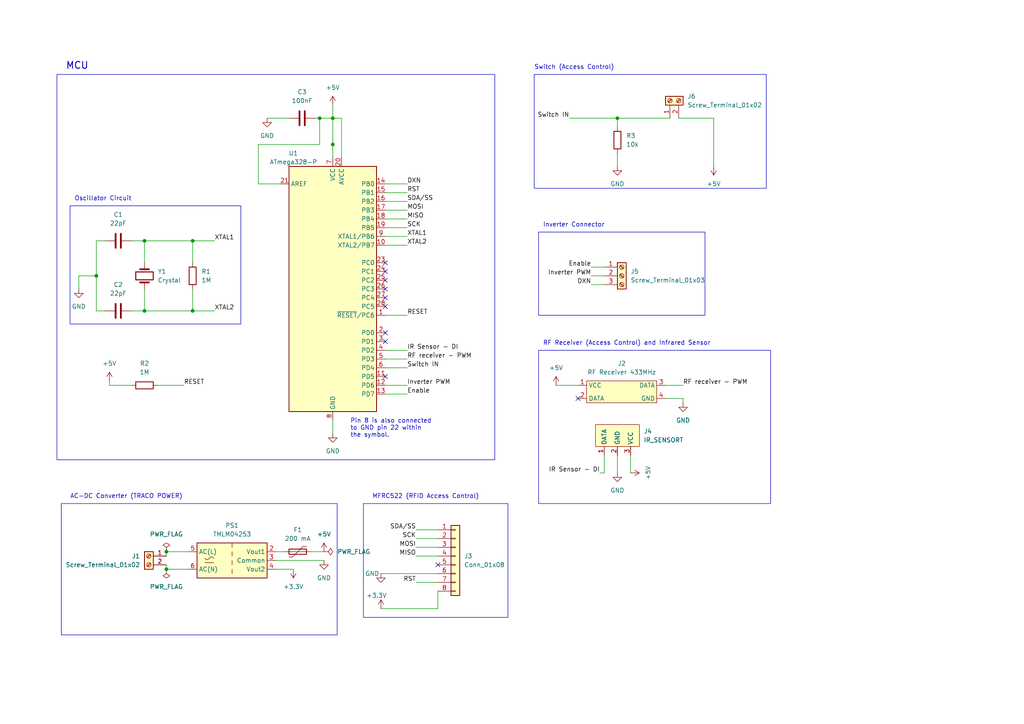
<source format=kicad_sch>
(kicad_sch (version 20230121) (generator eeschema)
  (paper "A4")
  (title_block (title "Gate Access Control"))
  (lib_symbols
    (symbol "Connector:Screw_Terminal_01x02" (pin_names (offset 1.016) hide)
      (property "Reference" "J" (at 0 2.54 0))
      (property "Value" "Screw_Terminal_01x02" (at 0 -5.08 0))
      (symbol "Screw_Terminal_01x02_1_1"
        (rectangle (start -1.27 1.27) (end 1.27 -3.81) (stroke (width 0.254)) (fill (type background)))
        (circle (center 0 -2.54) (radius 0.635) (stroke (width 0.1524)))
        (polyline (pts (xy -0.5334 -2.2098) (xy 0.3302 -3.048)) (stroke (width 0.1524)))
        (polyline (pts (xy -0.5334 0.3302) (xy 0.3302 -0.508)) (stroke (width 0.1524)))
        (polyline (pts (xy -0.3556 -2.032) (xy 0.508 -2.8702)) (stroke (width 0.1524)))
        (polyline (pts (xy -0.3556 0.508) (xy 0.508 -0.3302)) (stroke (width 0.1524)))
        (circle (center 0 0) (radius 0.635) (stroke (width 0.1524)))
        (pin passive line (at -5.08 0 0) (length 3.81) (name "Pin_1") (number "1"))
        (pin passive line (at -5.08 -2.54 0) (length 3.81) (name "Pin_2") (number "2"))
      )
    )
    (symbol "Connector:Screw_Terminal_01x03" (pin_names (offset 1.016) hide)
      (property "Reference" "J" (at 0 5.08 0))
      (property "Value" "Screw_Terminal_01x03" (at 0 -5.08 0))
      (symbol "Screw_Terminal_01x03_1_1"
        (rectangle (start -1.27 3.81) (end 1.27 -3.81) (stroke (width 0.254)) (fill (type background)))
        (circle (center 0 -2.54) (radius 0.635) (stroke (width 0.1524)))
        (polyline (pts (xy -0.5334 -2.2098) (xy 0.3302 -3.048)) (stroke (width 0.1524)))
        (polyline (pts (xy -0.5334 0.3302) (xy 0.3302 -0.508)) (stroke (width 0.1524)))
        (polyline (pts (xy -0.5334 2.8702) (xy 0.3302 2.032)) (stroke (width 0.1524)))
        (polyline (pts (xy -0.3556 -2.032) (xy 0.508 -2.8702)) (stroke (width 0.1524)))
        (polyline (pts (xy -0.3556 0.508) (xy 0.508 -0.3302)) (stroke (width 0.1524)))
        (polyline (pts (xy -0.3556 3.048) (xy 0.508 2.2098)) (stroke (width 0.1524)))
        (circle (center 0 0) (radius 0.635) (stroke (width 0.1524)))
        (circle (center 0 2.54) (radius 0.635) (stroke (width 0.1524)))
        (pin passive line (at -5.08 2.54 0) (length 3.81) (name "Pin_1") (number "1"))
        (pin passive line (at -5.08 0 0) (length 3.81) (name "Pin_2") (number "2"))
        (pin passive line (at -5.08 -2.54 0) (length 3.81) (name "Pin_3") (number "3"))
      )
    )
    (symbol "Connector_Generic:Conn_01x08" (pin_names (offset 1.016) hide)
      (property "Reference" "J" (at 0 10.16 0))
      (property "Value" "Conn_01x08" (at 0 -12.7 0))
      (symbol "Conn_01x08_1_1"
        (rectangle (start -1.27 -10.033) (end 0 -10.287) (stroke (width 0.1524)))
        (rectangle (start -1.27 -7.493) (end 0 -7.747) (stroke (width 0.1524)))
        (rectangle (start -1.27 -4.953) (end 0 -5.207) (stroke (width 0.1524)))
        (rectangle (start -1.27 -2.413) (end 0 -2.667) (stroke (width 0.1524)))
        (rectangle (start -1.27 0.127) (end 0 -0.127) (stroke (width 0.1524)))
        (rectangle (start -1.27 2.667) (end 0 2.413) (stroke (width 0.1524)))
        (rectangle (start -1.27 5.207) (end 0 4.953) (stroke (width 0.1524)))
        (rectangle (start -1.27 7.747) (end 0 7.493) (stroke (width 0.1524)))
        (rectangle (start -1.27 8.89) (end 1.27 -11.43) (stroke (width 0.254)) (fill (type background)))
        (pin passive line (at -5.08 7.62 0) (length 3.81) (name "Pin_1") (number "1"))
        (pin passive line (at -5.08 5.08 0) (length 3.81) (name "Pin_2") (number "2"))
        (pin passive line (at -5.08 2.54 0) (length 3.81) (name "Pin_3") (number "3"))
        (pin passive line (at -5.08 0 0) (length 3.81) (name "Pin_4") (number "4"))
        (pin passive line (at -5.08 -2.54 0) (length 3.81) (name "Pin_5") (number "5"))
        (pin passive line (at -5.08 -5.08 0) (length 3.81) (name "Pin_6") (number "6"))
        (pin passive line (at -5.08 -7.62 0) (length 3.81) (name "Pin_7") (number "7"))
        (pin passive line (at -5.08 -10.16 0) (length 3.81) (name "Pin_8") (number "8"))
      )
    )
    (symbol "Converter_ACDC:TMLM04253"
      (property "Reference" "PS" (at 0 6.35 0))
      (property "Value" "TMLM04253" (at 0 -6.35 0))
      (symbol "TMLM04253_0_1"
        (rectangle (start -10.16 5.08) (end 10.16 -5.08) (stroke (width 0.254)) (fill (type background)))
        (arc (start -7.874 0.635) (mid -7.239 0.2495) (end -6.604 0.635))
        (arc (start -5.334 0.635) (mid -5.969 1.0072) (end -6.604 0.635))
        (polyline (pts (xy -7.874 -0.635) (xy -5.334 -0.635)))
        (polyline (pts (xy 0 -2.54) (xy 0 -3.81)))
        (polyline (pts (xy 0 0) (xy 0 -1.27)))
        (polyline (pts (xy 0 2.54) (xy 0 1.27)))
        (polyline (pts (xy 0 5.08) (xy 0 3.81)))
      )
      (symbol "TMLM04253_1_1"
        (pin power_out line (at 12.7 2.54 180) (length 2.54) (name "Vout1") (number "2"))
        (pin power_out line (at 12.7 0 180) (length 2.54) (name "Common") (number "3"))
        (pin power_out line (at 12.7 -2.54 180) (length 2.54) (name "Vout2") (number "4"))
        (pin power_in line (at -12.7 2.54 0) (length 2.54) (name "AC(L)") (number "5"))
        (pin power_in line (at -12.7 -2.54 0) (length 2.54) (name "AC(N)") (number "6"))
      )
    )
    (symbol "Device:C" (pin_numbers hide) (pin_names (offset 0.254))
      (property "Reference" "C" (at 0.635 2.54 0))
      (property "Value" "C" (at 0.635 -2.54 0))
      (symbol "C_0_1"
        (polyline (pts (xy -2.032 -0.762) (xy 2.032 -0.762)) (stroke (width 0.508)))
        (polyline (pts (xy -2.032 0.762) (xy 2.032 0.762)) (stroke (width 0.508)))
      )
      (symbol "C_1_1"
        (pin passive line (at 0 3.81 270) (length 2.794) (name "~") (number "1"))
        (pin passive line (at 0 -3.81 90) (length 2.794) (name "~") (number "2"))
      )
    )
    (symbol "Device:Crystal" (pin_numbers hide) (pin_names (offset 1.016) hide)
      (property "Reference" "Y" (at 0 3.81 0))
      (property "Value" "Crystal" (at 0 -3.81 0))
      (symbol "Crystal_0_1"
        (rectangle (start -1.143 2.54) (end 1.143 -2.54) (stroke (width 0.3048)))
        (polyline (pts (xy -2.54 0) (xy -1.905 0)))
        (polyline (pts (xy -1.905 -1.27) (xy -1.905 1.27)) (stroke (width 0.508)))
        (polyline (pts (xy 1.905 -1.27) (xy 1.905 1.27)) (stroke (width 0.508)))
        (polyline (pts (xy 2.54 0) (xy 1.905 0)))
      )
      (symbol "Crystal_1_1"
        (pin passive line (at -3.81 0 0) (length 1.27) (name "1") (number "1"))
        (pin passive line (at 3.81 0 180) (length 1.27) (name "2") (number "2"))
      )
    )
    (symbol "Device:Polyfuse" (pin_numbers hide) (pin_names (offset 0))
      (property "Reference" "F" (at -2.54 0 90))
      (property "Value" "Polyfuse" (at 2.54 0 90))
      (symbol "Polyfuse_0_1"
        (rectangle (start -0.762 2.54) (end 0.762 -2.54) (stroke (width 0.254)))
        (polyline (pts (xy 0 2.54) (xy 0 -2.54)))
        (polyline (pts (xy -1.524 2.54) (xy -1.524 1.524) (xy 1.524 -1.524) (xy 1.524 -2.54)))
      )
      (symbol "Polyfuse_1_1"
        (pin passive line (at 0 3.81 270) (length 1.27) (name "~") (number "1"))
        (pin passive line (at 0 -3.81 90) (length 1.27) (name "~") (number "2"))
      )
    )
    (symbol "Device:R" (pin_numbers hide) (pin_names (offset 0))
      (property "Reference" "R" (at 2.032 0 90))
      (property "Value" "R" (at 0 0 90))
      (symbol "R_0_1"
        (rectangle (start -1.016 -2.54) (end 1.016 2.54) (stroke (width 0.254)))
      )
      (symbol "R_1_1"
        (pin passive line (at 0 3.81 270) (length 1.27) (name "~") (number "1"))
        (pin passive line (at 0 -3.81 90) (length 1.27) (name "~") (number "2"))
      )
    )
    (symbol "IR_SENSORPJ:IR_SENSOR"
      (property "Reference" "J" (at -3.81 0 0))
      (property "Value" "IR_SENSORT" (at 8.89 0 0))
      (symbol "IR_SENSOR_1_1"
        (rectangle (start -3.81 -1.27) (end 8.89 -7.62) (fill (type background)))
        (pin output line (at -1.27 -10.16 90) (length 2.54) (name "DATA") (number "1"))
        (pin power_in line (at 2.54 -10.16 90) (length 2.54) (name "GND") (number "2"))
        (pin power_in line (at 6.35 -10.16 90) (length 2.54) (name "VCC") (number "3"))
      )
    )
    (symbol "MCU_Microchip_ATmega:ATmega328-P"
      (property "Reference" "U" (at -12.7 36.83 0))
      (property "Value" "ATmega328-P" (at 2.54 -36.83 0))
      (symbol "ATmega328-P_0_1"
        (rectangle (start -12.7 -35.56) (end 12.7 35.56) (stroke (width 0.254)) (fill (type background)))
      )
      (symbol "ATmega328-P_1_1"
        (pin bidirectional line (at 15.24 -7.62 180) (length 2.54) (name "~{RESET}/PC6") (number "1"))
        (pin bidirectional line (at 15.24 12.7 180) (length 2.54) (name "XTAL2/PB7") (number "10"))
        (pin bidirectional line (at 15.24 -25.4 180) (length 2.54) (name "PD5") (number "11"))
        (pin bidirectional line (at 15.24 -27.94 180) (length 2.54) (name "PD6") (number "12"))
        (pin bidirectional line (at 15.24 -30.48 180) (length 2.54) (name "PD7") (number "13"))
        (pin bidirectional line (at 15.24 30.48 180) (length 2.54) (name "PB0") (number "14"))
        (pin bidirectional line (at 15.24 27.94 180) (length 2.54) (name "PB1") (number "15"))
        (pin bidirectional line (at 15.24 25.4 180) (length 2.54) (name "PB2") (number "16"))
        (pin bidirectional line (at 15.24 22.86 180) (length 2.54) (name "PB3") (number "17"))
        (pin bidirectional line (at 15.24 20.32 180) (length 2.54) (name "PB4") (number "18"))
        (pin bidirectional line (at 15.24 17.78 180) (length 2.54) (name "PB5") (number "19"))
        (pin bidirectional line (at 15.24 -12.7 180) (length 2.54) (name "PD0") (number "2"))
        (pin power_in line (at 2.54 38.1 270) (length 2.54) (name "AVCC") (number "20"))
        (pin passive line (at -15.24 30.48 0) (length 2.54) (name "AREF") (number "21"))
        (pin passive line (at 0 -38.1 90) (length 2.54) hide (name "GND") (number "22"))
        (pin bidirectional line (at 15.24 7.62 180) (length 2.54) (name "PC0") (number "23"))
        (pin bidirectional line (at 15.24 5.08 180) (length 2.54) (name "PC1") (number "24"))
        (pin bidirectional line (at 15.24 2.54 180) (length 2.54) (name "PC2") (number "25"))
        (pin bidirectional line (at 15.24 0 180) (length 2.54) (name "PC3") (number "26"))
        (pin bidirectional line (at 15.24 -2.54 180) (length 2.54) (name "PC4") (number "27"))
        (pin bidirectional line (at 15.24 -5.08 180) (length 2.54) (name "PC5") (number "28"))
        (pin bidirectional line (at 15.24 -15.24 180) (length 2.54) (name "PD1") (number "3"))
        (pin bidirectional line (at 15.24 -17.78 180) (length 2.54) (name "PD2") (number "4"))
        (pin bidirectional line (at 15.24 -20.32 180) (length 2.54) (name "PD3") (number "5"))
        (pin bidirectional line (at 15.24 -22.86 180) (length 2.54) (name "PD4") (number "6"))
        (pin power_in line (at 0 38.1 270) (length 2.54) (name "VCC") (number "7"))
        (pin power_in line (at 0 -38.1 90) (length 2.54) (name "GND") (number "8"))
        (pin bidirectional line (at 15.24 15.24 180) (length 2.54) (name "XTAL1/PB6") (number "9"))
      )
    )
    (symbol "RF_RECEIVER_433PJ:RF_Receiver_433"
      (property "Reference" "J" (at -3.81 0 0))
      (property "Value" "RF Receiver 433MHz" (at 8.89 0 0))
      (symbol "RF_Receiver_433_1_1"
        (rectangle (start -3.81 -1.27) (end 16.51 -7.62) (fill (type background)))
        (pin power_in line (at -6.35 -2.54 0) (length 2.54) (name "VCC") (number "1"))
        (pin output line (at -6.35 -6.35 0) (length 2.54) (name "DATA") (number "2"))
        (pin output line (at 19.05 -2.54 180) (length 2.54) (name "DATA") (number "3"))
        (pin power_in line (at 19.05 -6.35 180) (length 2.54) (name "GND") (number "4"))
      )
    )
    (symbol "power:+3.3V" (power) (pin_names (offset 0))
      (property "Value" "+3.3V" (at 0 3.556 0))
      (symbol "+3.3V_0_1"
        (polyline (pts (xy -0.762 1.27) (xy 0 2.54)))
        (polyline (pts (xy 0 0) (xy 0 2.54)))
        (polyline (pts (xy 0 2.54) (xy 0.762 1.27)))
      )
      (symbol "+3.3V_1_1"
        (pin power_in line (at 0 0 90) (length 0) hide (name "+3.3V") (number "1"))
      )
    )
    (symbol "power:+5V" (power) (pin_names (offset 0))
      (property "Value" "+5V" (at 0 3.556 0))
      (symbol "+5V_0_1"
        (polyline (pts (xy -0.762 1.27) (xy 0 2.54)))
        (polyline (pts (xy 0 0) (xy 0 2.54)))
        (polyline (pts (xy 0 2.54) (xy 0.762 1.27)))
      )
      (symbol "+5V_1_1"
        (pin power_in line (at 0 0 90) (length 0) hide (name "+5V") (number "1"))
      )
    )
    (symbol "power:GND" (power) (pin_names (offset 0))
      (property "Value" "GND" (at 0 -3.81 0))
      (symbol "GND_0_1"
        (polyline (pts (xy 0 0) (xy 0 -1.27) (xy 1.27 -1.27) (xy 0 -2.54) (xy -1.27 -1.27) (xy 0 -1.27)))
      )
      (symbol "GND_1_1"
        (pin power_in line (at 0 0 270) (length 0) hide (name "GND") (number "1"))
      )
    )
    (symbol "power:PWR_FLAG" (power) (pin_numbers hide) (pin_names (offset 0) hide)
      (property "Value" "PWR_FLAG" (at 0 3.81 0))
      (symbol "PWR_FLAG_0_0"
        (pin power_out line (at 0 0 90) (length 0) (name "pwr") (number "1"))
      )
      (symbol "PWR_FLAG_0_1"
        (polyline (pts (xy 0 0) (xy 0 1.27) (xy -1.016 1.905) (xy 0 2.54) (xy 1.016 1.905) (xy 0 1.27)))
      )
    )
  )
  (junction (at 27.94 80.01))
  (junction (at 55.88 90.17))
  (junction (at 96.52 34.29))
  (junction (at 41.91 69.85))
  (junction (at 96.52 41.91))
  (junction (at 179.07 34.29))
  (junction (at 48.26 160.02))
  (junction (at 92.71 34.29))
  (junction (at 55.88 69.85))
  (junction (at 41.91 90.17))
  (junction (at 48.26 165.1))
  (no_connect (at 111.76 96.52))
  (no_connect (at 111.76 78.74))
  (no_connect (at 111.76 86.36))
  (no_connect (at 111.76 76.2))
  (no_connect (at 127 163.83))
  (no_connect (at 111.76 88.9))
  (no_connect (at 111.76 81.28))
  (no_connect (at 167.64 115.57))
  (no_connect (at 111.76 109.22))
  (no_connect (at 111.76 99.06))
  (no_connect (at 111.76 83.82))
  (wire (pts (xy 92.71 34.29) (xy 96.52 34.29)))
  (wire (pts (xy 22.86 80.01) (xy 27.94 80.01)))
  (wire (pts (xy 55.88 69.85) (xy 55.88 76.2)))
  (wire (pts (xy 111.76 111.76) (xy 118.11 111.76)))
  (wire (pts (xy 165.1 34.29) (xy 179.07 34.29)))
  (wire (pts (xy 90.17 160.02) (xy 93.98 160.02)))
  (wire (pts (xy 92.71 41.91) (xy 74.93 41.91)))
  (wire (pts (xy 41.91 69.85) (xy 41.91 76.2)))
  (wire (pts (xy 111.76 71.12) (xy 118.11 71.12)))
  (wire (pts (xy 111.76 53.34) (xy 118.11 53.34)))
  (wire (pts (xy 193.04 111.76) (xy 198.12 111.76)))
  (wire (pts (xy 80.01 160.02) (xy 82.55 160.02)))
  (wire (pts (xy 96.52 45.72) (xy 96.52 41.91)))
  (wire (pts (xy 179.07 36.83) (xy 179.07 34.29)))
  (wire (pts (xy 80.01 165.1) (xy 85.09 165.1)))
  (wire (pts (xy 55.88 90.17) (xy 62.23 90.17)))
  (wire (pts (xy 179.07 132.08) (xy 179.07 137.16)))
  (wire (pts (xy 38.1 90.17) (xy 41.91 90.17)))
  (wire (pts (xy 77.47 34.29) (xy 83.82 34.29)))
  (wire (pts (xy 27.94 69.85) (xy 27.94 80.01)))
  (wire (pts (xy 96.52 121.92) (xy 96.52 125.73)))
  (wire (pts (xy 171.45 77.47) (xy 175.26 77.47)))
  (wire (pts (xy 173.99 137.16) (xy 175.26 137.16)))
  (wire (pts (xy 27.94 80.01) (xy 27.94 90.17)))
  (wire (pts (xy 91.44 34.29) (xy 92.71 34.29)))
  (wire (pts (xy 111.76 66.04) (xy 118.11 66.04)))
  (wire (pts (xy 110.49 166.37) (xy 127 166.37)))
  (wire (pts (xy 111.76 91.44) (xy 118.11 91.44)))
  (wire (pts (xy 74.93 53.34) (xy 81.28 53.34)))
  (wire (pts (xy 55.88 83.82) (xy 55.88 90.17)))
  (wire (pts (xy 175.26 132.08) (xy 175.26 137.16)))
  (wire (pts (xy 55.88 69.85) (xy 62.23 69.85)))
  (wire (pts (xy 127 171.45) (xy 127 176.53)))
  (wire (pts (xy 111.76 68.58) (xy 118.11 68.58)))
  (wire (pts (xy 171.45 82.55) (xy 175.26 82.55)))
  (wire (pts (xy 111.76 106.68) (xy 118.11 106.68)))
  (wire (pts (xy 92.71 34.29) (xy 92.71 41.91)))
  (wire (pts (xy 198.12 115.57) (xy 198.12 116.84)))
  (wire (pts (xy 110.49 176.53) (xy 127 176.53)))
  (wire (pts (xy 120.65 168.91) (xy 127 168.91)))
  (wire (pts (xy 27.94 90.17) (xy 30.48 90.17)))
  (wire (pts (xy 41.91 90.17) (xy 55.88 90.17)))
  (wire (pts (xy 54.61 160.02) (xy 48.26 160.02)))
  (wire (pts (xy 38.1 69.85) (xy 41.91 69.85)))
  (wire (pts (xy 22.86 80.01) (xy 22.86 83.82)))
  (wire (pts (xy 120.65 156.21) (xy 127 156.21)))
  (wire (pts (xy 45.72 111.76) (xy 53.34 111.76)))
  (wire (pts (xy 41.91 83.82) (xy 41.91 90.17)))
  (wire (pts (xy 74.93 41.91) (xy 74.93 53.34)))
  (wire (pts (xy 120.65 158.75) (xy 127 158.75)))
  (wire (pts (xy 193.04 115.57) (xy 198.12 115.57)))
  (wire (pts (xy 96.52 34.29) (xy 99.06 34.29)))
  (wire (pts (xy 182.88 132.08) (xy 182.88 137.16)))
  (wire (pts (xy 111.76 63.5) (xy 118.11 63.5)))
  (wire (pts (xy 179.07 34.29) (xy 194.31 34.29)))
  (wire (pts (xy 48.26 163.83) (xy 48.26 165.1)))
  (wire (pts (xy 31.75 110.49) (xy 31.75 111.76)))
  (wire (pts (xy 96.52 30.48) (xy 96.52 34.29)))
  (wire (pts (xy 196.85 34.29) (xy 207.01 34.29)))
  (wire (pts (xy 30.48 69.85) (xy 27.94 69.85)))
  (wire (pts (xy 48.26 165.1) (xy 54.61 165.1)))
  (wire (pts (xy 99.06 34.29) (xy 99.06 45.72)))
  (wire (pts (xy 111.76 101.6) (xy 118.11 101.6)))
  (wire (pts (xy 111.76 55.88) (xy 118.11 55.88)))
  (wire (pts (xy 111.76 58.42) (xy 118.11 58.42)))
  (wire (pts (xy 167.64 111.76) (xy 161.29 111.76)))
  (wire (pts (xy 120.65 153.67) (xy 127 153.67)))
  (wire (pts (xy 171.45 80.01) (xy 175.26 80.01)))
  (wire (pts (xy 111.76 104.14) (xy 118.11 104.14)))
  (wire (pts (xy 48.26 160.02) (xy 48.26 161.29)))
  (wire (pts (xy 207.01 34.29) (xy 207.01 48.26)))
  (wire (pts (xy 120.65 161.29) (xy 127 161.29)))
  (wire (pts (xy 111.76 60.96) (xy 118.11 60.96)))
  (wire (pts (xy 41.91 69.85) (xy 55.88 69.85)))
  (wire (pts (xy 96.52 41.91) (xy 96.52 34.29)))
  (wire (pts (xy 111.76 114.3) (xy 118.11 114.3)))
  (wire (pts (xy 38.1 111.76) (xy 31.75 111.76)))
  (wire (pts (xy 80.01 162.56) (xy 93.98 162.56)))
  (wire (pts (xy 179.07 44.45) (xy 179.07 48.26)))
  (rectangle (start 17.78 146.05) (end 97.79 184.15))
  (rectangle (start 105.41 146.05) (end 147.32 179.07))
  (rectangle (start 154.94 21.59) (end 222.25 54.61))
  (rectangle (start 16.51 21.59) (end 143.51 133.35))
  (rectangle (start 156.21 101.6) (end 223.52 146.05))
  (rectangle (start 20.32 59.69) (end 69.85 93.98))
  (rectangle (start 156.21 67.31) (end 204.47 91.44))
  (text "AC-DC Converter (TRACO POWER)" (at 20.32 144.78 0) (effects (font (size 1.27 1.27)) (justify left bottom)))
  (text "MFRC522 (RFID Access Control)" (at 107.95 144.78 0) (effects (font (size 1.27 1.27)) (justify left bottom)))
  (text "Pin 8 is also connected\nto GND pin 22 within\nthe symbol.\n" (at 101.6 127 0) (effects (font (size 1.27 1.27)) (justify left bottom)))
  (text "RF Receiver (Access Control) and Infrared Sensor" (at 157.48 100.33 0) (effects (font (size 1.27 1.27)) (justify left bottom)))
  (text "MCU" (at 19.05 20.32 0) (effects (font (size 2 2) (thickness 0.254) bold) (justify left bottom)))
  (text "Oscillator Circuit\n" (at 21.59 58.42 0) (effects (font (size 1.27 1.27)) (justify left bottom)))
  (text "Switch (Access Control)" (at 154.94 20.32 0) (effects (font (size 1.27 1.27)) (justify left bottom)))
  (text "Inverter Connector" (at 157.48 66.04 0) (effects (font (size 1.27 1.27)) (justify left bottom)))
  (label "XTAL1" (at 118.11 68.58 0))
  (label "Enable" (at 171.45 77.47 180))
  (label "RF receiver - PWM" (at 118.11 104.14 0))
  (label "SCK" (at 118.11 66.04 0))
  (label "MISO" (at 118.11 63.5 0))
  (label "MISO" (at 120.65 161.29 180))
  (label "RESET" (at 53.34 111.76 0))
  (label "IR Sensor - DI" (at 173.99 137.16 180))
  (label "MOSI" (at 118.11 60.96 0))
  (label "Inverter PWM" (at 171.45 80.01 180))
  (label "Inverter PWM" (at 118.11 111.76 0))
  (label "DXN" (at 118.11 53.34 0))
  (label "XTAL2" (at 118.11 71.12 0))
  (label "SDA{slash}SS" (at 118.11 58.42 0))
  (label "SCK" (at 120.65 156.21 180))
  (label "Switch IN" (at 118.11 106.68 0))
  (label "MOSI" (at 120.65 158.75 180))
  (label "SDA{slash}SS" (at 120.65 153.67 180))
  (label "RESET" (at 118.11 91.44 0))
  (label "XTAL2" (at 62.23 90.17 0))
  (label "RST" (at 120.65 168.91 180))
  (label "DXN" (at 171.45 82.55 180))
  (label "RF receiver - PWM" (at 198.12 111.76 0))
  (label "Enable" (at 118.11 114.3 0))
  (label "XTAL1" (at 62.23 69.85 0))
  (label "RST" (at 118.11 55.88 0))
  (label "IR Sensor - DI" (at 118.11 101.6 0))
  (label "Switch IN" (at 165.1 34.29 180))
  (symbol (lib_id "power:+5V") (at 31.75 110.49 0) (unit 1)
    (property "Reference" "#PWR04" (effects hide))
    (property "Value" "+5V" (at 31.75 105.41 0))
  )
  (symbol (lib_id "Connector_Generic:Conn_01x08") (at 132.08 161.29 0) (unit 1)
    (property "Reference" "J3" (at 134.62 161.29 0) (effects (justify left)))
    (property "Value" "Conn_01x08" (at 134.62 163.83 0) (effects (justify left)))
    (property "Footprint" "Connector_PinHeader_2.54mm:PinHeader_1x08_P2.54mm_Vertical" (effects hide))
  )
  (symbol (lib_id "power:+5V") (at 182.88 137.16 270) (mirror x) (unit 1)
    (property "Reference" "#PWR012" (effects hide))
    (property "Value" "+5V" (at 187.96 137.16 0))
  )
  (symbol (lib_id "power:+3.3V") (at 110.49 176.53 0) (mirror y) (unit 1)
    (property "Reference" "#PWR013" (effects hide))
    (property "Value" "+3.3V" (at 109.22 172.72 0))
  )
  (symbol (lib_id "RF_RECEIVER_433PJ:RF_Receiver_433") (at 173.99 109.22 0) (unit 1)
    (property "Reference" "J2" (at 180.34 105.41 0))
    (property "Value" "RF Receiver 433MHz" (at 180.34 107.95 0))
    (property "Footprint" "Connector_PinHeader_2.54mm:PinHeader_1x04_P2.54mm_Vertical" (effects hide))
  )
  (symbol (lib_id "power:PWR_FLAG") (at 48.26 160.02 0) (unit 1)
    (property "Reference" "#FLG01" (effects hide))
    (property "Value" "PWR_FLAG" (at 48.26 154.94 0))
  )
  (symbol (lib_id "Device:R") (at 41.91 111.76 270) (unit 1)
    (property "Reference" "R2" (at 41.91 105.41 90))
    (property "Value" "1M" (at 41.91 107.95 90))
    (property "Footprint" "Resistor_SMD:R_0603_1608Metric_Pad0.98x0.95mm_HandSolder" (effects hide))
  )
  (symbol (lib_id "power:+5V") (at 207.01 48.26 0) (mirror x) (unit 1)
    (property "Reference" "#PWR016" (effects hide))
    (property "Value" "+5V" (at 207.01 53.34 0))
  )
  (symbol (lib_id "IR_SENSORPJ:IR_SENSOR") (at 176.53 121.92 0) (unit 1)
    (property "Reference" "J4" (at 186.69 125.095 0) (effects (justify left)))
    (property "Value" "IR_SENSORT" (at 186.69 127.635 0) (effects (justify left)))
    (property "Footprint" "TerminalBlock_Phoenix:TerminalBlock_Phoenix_MKDS-1,5-3-5.08_1x03_P5.08mm_Horizontal" (effects hide))
  )
  (symbol (lib_id "Device:R") (at 55.88 80.01 180) (unit 1)
    (property "Reference" "R1" (at 58.42 78.74 0) (effects (justify right)))
    (property "Value" "1M" (at 58.42 81.28 0) (effects (justify right)))
    (property "Footprint" "Resistor_SMD:R_0603_1608Metric_Pad0.98x0.95mm_HandSolder" (effects hide))
  )
  (symbol (lib_id "Device:Polyfuse") (at 86.36 160.02 270) (unit 1)
    (property "Reference" "F1" (at 86.36 153.67 90))
    (property "Value" "200 mA" (at 86.36 156.21 90))
    (property "Footprint" "Fuse:Fuse_0402_1005Metric_Pad0.77x0.64mm_HandSolder" (effects hide))
  )
  (symbol (lib_id "Device:C") (at 34.29 69.85 90) (unit 1)
    (property "Reference" "C1" (at 34.29 62.23 90))
    (property "Value" "22pF" (at 34.29 64.77 90))
    (property "Footprint" "Fuse:Fuse_0402_1005Metric_Pad0.77x0.64mm_HandSolder" (effects hide))
  )
  (symbol (lib_id "Device:R") (at 179.07 40.64 180) (unit 1)
    (property "Reference" "R3" (at 181.61 39.37 0) (effects (justify right)))
    (property "Value" "10k" (at 181.61 41.91 0) (effects (justify right)))
    (property "Footprint" "Resistor_SMD:R_0603_1608Metric_Pad0.98x0.95mm_HandSolder" (effects hide))
  )
  (symbol (lib_id "Device:C") (at 87.63 34.29 90) (unit 1)
    (property "Reference" "C3" (at 87.63 26.67 90))
    (property "Value" "100nF" (at 87.63 29.21 90))
    (property "Footprint" "Capacitor_SMD:C_0805_2012Metric_Pad1.18x1.45mm_HandSolder" (effects hide))
  )
  (symbol (lib_id "power:PWR_FLAG") (at 48.26 165.1 0) (mirror x) (unit 1)
    (property "Reference" "#FLG02" (effects hide))
    (property "Value" "PWR_FLAG" (at 48.26 170.18 0))
  )
  (symbol (lib_id "MCU_Microchip_ATmega:ATmega328-P") (at 96.52 83.82 0) (unit 1)
    (property "Reference" "U1" (at 85.09 44.45 0))
    (property "Value" "ATmega328-P" (at 85.09 46.99 0))
    (property "Footprint" "Package_DIP:DIP-28_W7.62mm" (effects hide))
    (property "Datasheet" "http://ww1.microchip.com/downloads/en/DeviceDoc/ATmega328_P%20AVR%20MCU%20with%20picoPower%20Technology%20Data%20Sheet%2040001984A.pdf" (effects hide))
  )
  (symbol (lib_id "power:GND") (at 179.07 48.26 0) (unit 1)
    (property "Reference" "#PWR015" (effects hide))
    (property "Value" "GND" (at 179.07 53.34 0))
  )
  (symbol (lib_id "power:GND") (at 77.47 34.29 0) (unit 1)
    (property "Reference" "#PWR06" (effects hide))
    (property "Value" "GND" (at 77.47 39.37 0))
  )
  (symbol (lib_id "power:GND") (at 179.07 137.16 0) (unit 1)
    (property "Reference" "#PWR011" (effects hide))
    (property "Value" "GND" (at 179.07 142.24 0))
  )
  (symbol (lib_id "power:+3.3V") (at 85.09 165.1 0) (mirror x) (unit 1)
    (property "Reference" "#PWR08" (effects hide))
    (property "Value" "+3.3V" (at 85.09 170.18 0))
  )
  (symbol (lib_id "Connector:Screw_Terminal_01x02") (at 194.31 29.21 90) (unit 1)
    (property "Reference" "J6" (at 199.39 27.94 90) (effects (justify right)))
    (property "Value" "Screw_Terminal_01x02" (at 199.39 30.48 90) (effects (justify right)))
    (property "Footprint" "TerminalBlock_Phoenix:TerminalBlock_Phoenix_MKDS-1,5-2-5.08_1x02_P5.08mm_Horizontal" (effects hide))
  )
  (symbol (lib_id "power:GND") (at 22.86 83.82 0) (unit 1)
    (property "Reference" "#PWR01" (effects hide))
    (property "Value" "GND" (at 22.86 88.9 0))
  )
  (symbol (lib_id "power:+5V") (at 93.98 160.02 0) (unit 1)
    (property "Reference" "#PWR07" (effects hide))
    (property "Value" "+5V" (at 93.98 154.94 0))
  )
  (symbol (lib_id "Converter_ACDC:TMLM04253") (at 67.31 162.56 0) (unit 1)
    (property "Reference" "PS1" (at 67.31 152.4 0))
    (property "Value" "TMLM04253" (at 67.31 154.94 0))
    (property "Footprint" "Converter_ACDC:Converter_ACDC_TRACO_TMLM-04_THT" (effects hide))
    (property "Datasheet" "https://www.tracopower.com/products/tmlm.pdf" (effects hide))
  )
  (symbol (lib_id "Connector:Screw_Terminal_01x03") (at 180.34 80.01 0) (unit 1)
    (property "Reference" "J5" (at 182.88 78.74 0) (effects (justify left)))
    (property "Value" "Screw_Terminal_01x03" (at 182.88 81.28 0) (effects (justify left)))
    (property "Footprint" "TerminalBlock_Phoenix:TerminalBlock_Phoenix_MKDS-1,5-3-5.08_1x03_P5.08mm_Horizontal" (effects hide))
  )
  (symbol (lib_id "power:GND") (at 198.12 116.84 0) (unit 1)
    (property "Reference" "#PWR010" (effects hide))
    (property "Value" "GND" (at 198.12 121.92 0))
  )
  (symbol (lib_id "power:GND") (at 96.52 125.73 0) (unit 1)
    (property "Reference" "#PWR05" (effects hide))
    (property "Value" "GND" (at 96.52 130.81 0))
  )
  (symbol (lib_id "power:PWR_FLAG") (at 93.98 160.02 270) (unit 1)
    (property "Reference" "#FLG03" (effects hide))
    (property "Value" "PWR_FLAG" (at 97.79 160.02 90) (effects (justify left)))
  )
  (symbol (lib_id "power:GND") (at 93.98 162.56 0) (unit 1)
    (property "Reference" "#PWR09" (effects hide))
    (property "Value" "GND" (at 93.98 167.64 0))
  )
  (symbol (lib_id "Device:C") (at 34.29 90.17 90) (unit 1)
    (property "Reference" "C2" (at 34.29 82.55 90))
    (property "Value" "22pF" (at 34.29 85.09 90))
    (property "Footprint" "Capacitor_SMD:C_0805_2012Metric_Pad1.18x1.45mm_HandSolder" (effects hide))
  )
  (symbol (lib_id "power:+5V") (at 161.29 111.76 0) (mirror y) (unit 1)
    (property "Reference" "#PWR03" (effects hide))
    (property "Value" "+5V" (at 161.29 106.68 0))
  )
  (symbol (lib_id "Connector:Screw_Terminal_01x02") (at 43.18 161.29 0) (mirror y) (unit 1)
    (property "Reference" "J1" (at 40.64 161.29 0) (effects (justify left)))
    (property "Value" "Screw_Terminal_01x02" (at 40.64 163.83 0) (effects (justify left)))
    (property "Footprint" "TerminalBlock_MetzConnect:TerminalBlock_MetzConnect_Type175_RT02702HBLC_1x02_P7.50mm_Horizontal" (effects hide))
  )
  (symbol (lib_id "power:+5V") (at 96.52 30.48 0) (unit 1)
    (property "Reference" "#PWR02" (effects hide))
    (property "Value" "+5V" (at 96.52 25.4 0))
  )
  (symbol (lib_id "power:GND") (at 110.49 166.37 0) (mirror y) (unit 1)
    (property "Reference" "#PWR014" (effects hide))
    (property "Value" "GND" (at 107.95 166.37 0))
  )
  (symbol (lib_id "Device:Crystal") (at 41.91 80.01 270) (unit 1)
    (property "Reference" "Y1" (at 45.72 78.74 90) (effects (justify left)))
    (property "Value" "Crystal" (at 45.72 81.28 90) (effects (justify left)))
    (property "Footprint" "Crystal:Crystal_SMD_SeikoEpson_MA505-2Pin_12.7x5.1mm_HandSoldering" (effects hide))
  )
)
</source>
